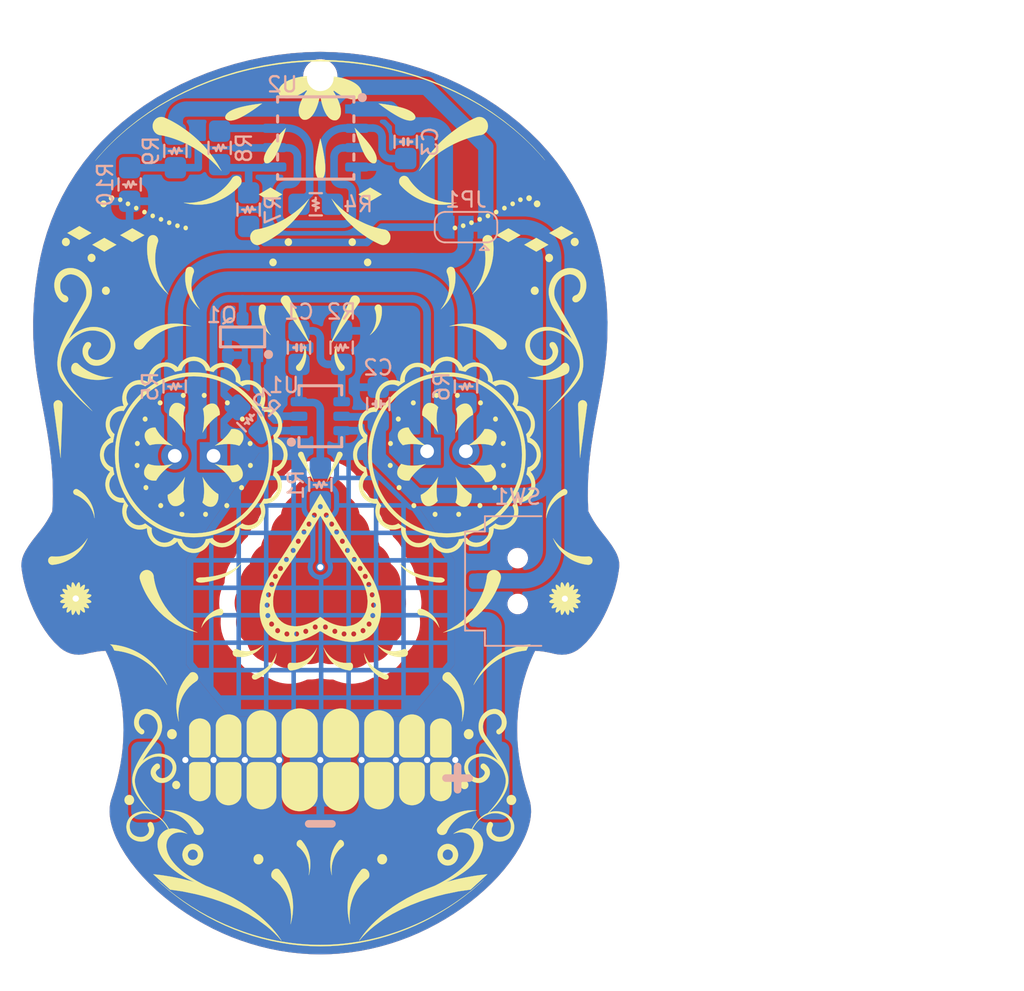
<source format=kicad_pcb>
(kicad_pcb (version 20221018) (generator pcbnew)
  (title_block (title "Calavera Badge") (date "${TODAY}") (rev "v0.3.0") (comment 1 "Files Generated from commit $GIT_HASH"))
  (layers (0 "F.Cu" signal) (31 "B.Cu" signal) (34 "B.Paste" user) (35 "F.Paste" user) (36 "B.SilkS" user "B.Silkscreen") (37 "F.SilkS" user "F.Silkscreen") (38 "B.Mask" user) (39 "F.Mask" user) (44 "Edge.Cuts" user))
  (property "GIT_HASH" "<>")
  (property "TODAY" "2023-01-31")
  (net 0 "")
  (net 1 "GND")
  (net 2 "VCC")
  (net 3 "Net-(SW1-C)")
  (net 4 "Net-(U1-SNSK)")
  (net 5 "VLED")
  (net 6 "Cap_Out")
  (net 7 "Net-(U1-SNS)")
  (net 8 "Vfade")
  (net 9 "Net-(U2A--)")
  (net 10 "Net-(R4-Pad2)")
  (net 11 "Vbias")
  (net 12 "VJ1")
  (net 13 "Net-(D1-A)")
  (net 14 "Net-(D2-A)")
  (net 15 "VLEDK")
  (net 16 "CapTouch")
  (footprint "Calavera:LED_D3.0mm_ThroughHole" (layer "F.Cu") (at 93 96.9 180)
    (fp_text reference "D1")
    (fp_text value "LED_Small_ALT")
  )
  (footprint "Calavera:LED_D3.0mm_ThroughHole" (layer "F.Cu") (at 107 96.6)
    (fp_text reference "D2")
    (fp_text value "LED_Small_ALT")
  )
  (footprint "Calavera:MountingHole_1.75mm" (layer "F.Cu") (at 100 72.1)
    (fp_text reference "H1" hide)
    (fp_text value "Ø2mm")
  )
  (footprint "Calavera:Calavera_Art" (layer "F.Cu") (at 100 100)
    (fp_text reference "G1" hide)
    (fp_text value "Calavera_Art" hide)
    (fp_line (start -19.600579 4.150417) (end -19.591779 3.876808) (stroke (width 0.01)) (layer "Edge.Cuts"))
    (fp_line (start -19.591779 3.876808) (end -19.537229 3.613239) (stroke (width 0.01)) (layer "Edge.Cuts"))
    (fp_line (start -19.57215 4.407951) (end -19.600579 4.150417) (stroke (width 0.01)) (layer "Edge.Cuts"))
    (fp_line (start -19.537229 3.613239) (end -19.45015 3.373505) (stroke (width 0.01)) (layer "Edge.Cuts"))
    (fp_line (start -19.532629 4.64185) (end -19.57215 4.407951) (stroke (width 0.01)) (layer "Edge.Cuts"))
    (fp_line (start -19.493239 4.87566) (end -19.532629 4.64185) (stroke (width 0.01)) (layer "Edge.Cuts"))
    (fp_line (start -19.45015 3.373505) (end -19.343107 3.155807) (stroke (width 0.01)) (layer "Edge.Cuts"))
    (fp_line (start -19.443419 5.11982) (end -19.493239 4.87566) (stroke (width 0.01)) (layer "Edge.Cuts"))
    (fp_line (start -19.343107 3.155807) (end -19.102282 2.764519) (stroke (width 0.01)) (layer "Edge.Cuts"))
    (fp_line (start -19.32118 5.598042) (end -19.443419 5.11982) (stroke (width 0.01)) (layer "Edge.Cuts"))
    (fp_line (start -19.169969 6.069958) (end -19.32118 5.598042) (stroke (width 0.01)) (layer "Edge.Cuts"))
    (fp_line (start -19.102282 2.764519) (end -18.846429 2.409889) (stroke (width 0.01)) (layer "Edge.Cuts"))
    (fp_line (start -18.996011 6.536797) (end -19.169969 6.069958) (stroke (width 0.01)) (layer "Edge.Cuts"))
    (fp_line (start -18.846429 2.409889) (end -18.339193 1.770899) (stroke (width 0.01)) (layer "Edge.Cuts"))
    (fp_line (start -18.83078 -11.899376) (end -18.81629 -12.268726) (stroke (width 0.01)) (layer "Edge.Cuts"))
    (fp_line (start -18.82768 -11.533566) (end -18.83078 -11.899376) (stroke (width 0.01)) (layer "Edge.Cuts"))
    (fp_line (start -18.81725 -10.814276) (end -18.82768 -11.533566) (stroke (width 0.01)) (layer "Edge.Cuts"))
    (fp_line (start -18.81629 -12.268726) (end -18.78502 -13.019327) (stroke (width 0.01)) (layer "Edge.Cuts"))
    (fp_line (start -18.800541 6.997997) (end -18.996011 6.536797) (stroke (width 0.01)) (layer "Edge.Cuts"))
    (fp_line (start -18.78502 -13.019327) (end -18.71273 -13.784937) (stroke (width 0.01)) (layer "Edge.Cuts"))
    (fp_line (start -18.77231 -10.113235) (end -18.81725 -10.814276) (stroke (width 0.01)) (layer "Edge.Cuts"))
    (fp_line (start -18.74794 -9.769396) (end -18.77231 -10.113235) (stroke (width 0.01)) (layer "Edge.Cuts"))
    (fp_line (start -18.71273 -13.784937) (end -18.67564 -14.173407) (stroke (width 0.01)) (layer "Edge.Cuts"))
    (fp_line (start -18.70922 -9.431625) (end -18.74794 -9.769396) (stroke (width 0.01)) (layer "Edge.Cuts"))
    (fp_line (start -18.67564 -14.173407) (end -18.62068 -14.557616) (stroke (width 0.01)) (layer "Edge.Cuts"))
    (fp_line (start -18.630007 -8.769852) (end -18.70922 -9.431625) (stroke (width 0.01)) (layer "Edge.Cuts"))
    (fp_line (start -18.62068 -14.557616) (end -18.505073 -15.334546) (stroke (width 0.01)) (layer "Edge.Cuts"))
    (fp_line (start -18.582834 7.451611) (end -18.800541 6.997997) (stroke (width 0.01)) (layer "Edge.Cuts"))
    (fp_line (start -18.533914 -8.129845) (end -18.630007 -8.769852) (stroke (width 0.01)) (layer "Edge.Cuts"))
    (fp_line (start -18.505073 -15.334546) (end -18.352916 -16.133436) (stroke (width 0.01)) (layer "Edge.Cuts"))
    (fp_line (start -18.352916 -16.133436) (end -18.160012 -16.933726) (stroke (width 0.01)) (layer "Edge.Cuts"))
    (fp_line (start -18.342038 7.895737) (end -18.582834 7.451611) (stroke (width 0.01)) (layer "Edge.Cuts"))
    (fp_line (start -18.339193 1.770899) (end -18.114866 1.466034) (stroke (width 0.01)) (layer "Edge.Cuts"))
    (fp_line (start -18.321246 -6.912325) (end -18.533914 -8.129845) (stroke (width 0.01)) (layer "Edge.Cuts"))
    (fp_line (start -18.160012 -16.933726) (end -17.923923 -17.733907) (stroke (width 0.01)) (layer "Edge.Cuts"))
    (fp_line (start -18.114866 1.466034) (end -17.915075 1.159939) (stroke (width 0.01)) (layer "Edge.Cuts"))
    (fp_line (start -18.10581 -5.77771) (end -18.321246 -6.912325) (stroke (width 0.01)) (layer "Edge.Cuts"))
    (fp_line (start -18.072513 8.32486) (end -18.342038 7.895737) (stroke (width 0.01)) (layer "Edge.Cuts"))
    (fp_line (start -17.923923 -17.733907) (end -17.64181 -18.531937) (stroke (width 0.01)) (layer "Edge.Cuts"))
    (fp_line (start -17.915673 -4.722715) (end -18.10581 -5.77771) (stroke (width 0.01)) (layer "Edge.Cuts"))
    (fp_line (start -17.915075 1.159939) (end -17.731335 0.84325) (stroke (width 0.01)) (layer "Edge.Cuts"))
    (fp_line (start -17.775373 8.736259) (end -18.072513 8.32486) (stroke (width 0.01)) (layer "Edge.Cuts"))
    (fp_line (start -17.763103 -3.747606) (end -17.915673 -4.722715) (stroke (width 0.01)) (layer "Edge.Cuts"))
    (fp_line (start -17.731335 0.84325) (end -17.569742 0.532839) (stroke (width 0.01)) (layer "Edge.Cuts"))
    (fp_line (start -17.655762 -2.855162) (end -17.763103 -3.747606) (stroke (width 0.01)) (layer "Edge.Cuts"))
    (fp_line (start -17.64181 -18.531937) (end -17.313264 -19.322886) (stroke (width 0.01)) (layer "Edge.Cuts"))
    (fp_line (start -17.613862 -2.441782) (end -17.655762 -2.855162) (stroke (width 0.01)) (layer "Edge.Cuts"))
    (fp_line (start -17.589222 -2.050482) (end -17.613862 -2.441782) (stroke (width 0.01)) (layer "Edge.Cuts"))
    (fp_line (start -17.569742 0.532839) (end -17.542392 -0.213932) (stroke (width 0.01)) (layer "Edge.Cuts"))
    (fp_line (start -17.564722 -1.682682) (end -17.589222 -2.050482) (stroke (width 0.01)) (layer "Edge.Cuts"))
    (fp_line (start -17.552942 -1.507782) (end -17.564722 -1.682682) (stroke (width 0.01)) (layer "Edge.Cuts"))
    (fp_line (start -17.549642 -1.338833) (end -17.552942 -1.507782) (stroke (width 0.01)) (layer "Edge.Cuts"))
    (fp_line (start -17.542392 -0.213932) (end -17.534992 -0.456251) (stroke (width 0.01)) (layer "Edge.Cuts"))
    (fp_line (start -17.539492 -0.724901) (end -17.549642 -1.338833) (stroke (width 0.01)) (layer "Edge.Cuts"))
    (fp_line (start -17.534992 -0.456251) (end -17.539492 -0.724901) (stroke (width 0.01)) (layer "Edge.Cuts"))
    (fp_line (start -17.44412 9.123039) (end -17.775373 8.736259) (stroke (width 0.01)) (layer "Edge.Cuts"))
    (fp_line (start -17.313264 -19.322886) (end -16.936255 -20.103504) (stroke (width 0.01)) (layer "Edge.Cuts"))
    (fp_line (start -17.072119 9.4785) (end -17.44412 9.123039) (stroke (width 0.01)) (layer "Edge.Cuts"))
    (fp_line (start -16.936255 -20.103504) (end -16.511729 -20.869833) (stroke (width 0.01)) (layer "Edge.Cuts"))
    (fp_line (start -16.857962 9.639507) (end -17.072119 9.4785) (stroke (width 0.01)) (layer "Edge.Cuts"))
    (fp_line (start -16.620251 9.772789) (end -16.857962 9.639507) (stroke (width 0.01)) (layer "Edge.Cuts"))
    (fp_line (start -16.511729 -20.869833) (end -16.040367 -21.618003) (stroke (width 0.01)) (layer "Edge.Cuts"))
    (fp_line (start -16.365076 9.871792) (end -16.620251 9.772789) (stroke (width 0.01)) (layer "Edge.Cuts"))
    (fp_line (start -16.099072 9.929989) (end -16.365076 9.871792) (stroke (width 0.01)) (layer "Edge.Cuts"))
    (fp_line (start -16.040367 -21.618003) (end -15.523112 -22.344102) (stroke (width 0.01)) (layer "Edge.Cuts"))
    (fp_line (start -15.831442 9.946579) (end -16.099072 9.929989) (stroke (width 0.01)) (layer "Edge.Cuts"))
    (fp_line (start -15.571394 9.926868) (end -15.831442 9.946579) (stroke (width 0.01)) (layer "Edge.Cuts"))
    (fp_line (start -15.523112 -22.344102) (end -14.960779 -23.044572) (stroke (width 0.01)) (layer "Edge.Cuts"))
    (fp_line (start -15.32527 9.881283) (end -15.571394 9.926868) (stroke (width 0.01)) (layer "Edge.Cuts"))
    (fp_line (start -15.103821 9.82737) (end -15.32527 9.881283) (stroke (width 0.01)) (layer "Edge.Cuts"))
    (fp_line (start -14.960779 -23.044572) (end -14.354316 -23.715292) (stroke (width 0.01)) (layer "Edge.Cuts"))
    (fp_line (start -14.590899 9.73027) (end -15.103821 9.82737) (stroke (width 0.01)) (layer "Edge.Cuts"))
    (fp_line (start -14.354316 -23.715292) (end -13.704398 -24.352582) (stroke (width 0.01)) (layer "Edge.Cuts"))
    (fp_line (start -14.08461 9.686272) (end -14.590899 9.73027) (stroke (width 0.01)) (layer "Edge.Cuts"))
    (fp_line (start -13.970899 9.916969) (end -14.08461 9.686272) (stroke (width 0.01)) (layer "Edge.Cuts"))
    (fp_line (start -13.826474 10.240643) (end -13.970899 9.916969) (stroke (width 0.01)) (layer "Edge.Cuts"))
    (fp_line (start -13.819359 20.264259) (end -13.810659 19.96175) (stroke (width 0.01)) (layer "Edge.Cuts"))
    (fp_line (start -13.810659 19.96175) (end -13.766929 19.658131) (stroke (width 0.01)) (layer "Edge.Cuts"))
    (fp_line (start -13.796968 20.565144) (end -13.819359 20.264259) (stroke (width 0.01)) (layer "Edge.Cuts"))
    (fp_line (start -13.766929 19.658131) (end -13.730239 19.508701) (stroke (width 0.01)) (layer "Edge.Cuts"))
    (fp_line (start -13.749099 20.862041) (end -13.796968 20.565144) (stroke (width 0.01)) (layer "Edge.Cuts"))
    (fp_line (start -13.730239 19.508701) (end -13.687729 19.371193) (stroke (width 0.01)) (layer "Edge.Cuts"))
    (fp_line (start -13.704398 -24.352582) (end -13.020229 -24.959853) (stroke (width 0.01)) (layer "Edge.Cuts"))
    (fp_line (start -13.687729 19.371193) (end -13.605159 19.120243) (stroke (width 0.01)) (layer "Edge.Cuts"))
    (fp_line (start -13.679125 21.154083) (end -13.749099 20.862041) (stroke (width 0.01)) (layer "Edge.Cuts"))
    (fp_line (start -13.668749 10.636841) (end -13.826474 10.240643) (stroke (width 0.01)) (layer "Edge.Cuts"))
    (fp_line (start -13.605159 19.120243) (end -13.523259 18.871426) (stroke (width 0.01)) (layer "Edge.Cuts"))
    (fp_line (start -13.590444 21.44043) (end -13.679125 21.154083) (stroke (width 0.01)) (layer "Edge.Cuts"))
    (fp_line (start -13.523259 18.871426) (end -13.450839 18.622303) (stroke (width 0.01)) (layer "Edge.Cuts"))
    (fp_line (start -13.504739 11.104504) (end -13.668749 10.636841) (stroke (width 0.01)) (layer "Edge.Cuts"))
    (fp_line (start -13.486228 21.721813) (end -13.590444 21.44043) (stroke (width 0.01)) (layer "Edge.Cuts"))
    (fp_line (start -13.450839 18.622303) (end -13.316957 18.128475) (stroke (width 0.01)) (layer "Edge.Cuts"))
    (fp_line (start -13.367759 21.997719) (end -13.486228 21.721813) (stroke (width 0.01)) (layer "Edge.Cuts"))
    (fp_line (start -13.341418 11.642487) (end -13.504739 11.104504) (stroke (width 0.01)) (layer "Edge.Cuts"))
    (fp_line (start -13.316957 18.128475) (end -13.203597 17.639854) (stroke (width 0.01)) (layer "Edge.Cuts"))
    (fp_line (start -13.203597 17.639854) (end -13.109703 17.157932) (stroke (width 0.01)) (layer "Edge.Cuts"))
    (fp_line (start -13.190209 12.250038) (end -13.341418 11.642487) (stroke (width 0.01)) (layer "Edge.Cuts"))
    (fp_line (start -13.109703 17.157932) (end -13.034472 16.683811) (stroke (width 0.01)) (layer "Edge.Cuts"))
    (fp_line (start -13.094579 22.534309) (end -13.367759 21.997719) (stroke (width 0.01)) (layer "Edge.Cuts"))
    (fp_line (start -13.061335 12.92543) (end -13.190209 12.250038) (stroke (width 0.01)) (layer "Edge.Cuts"))
    (fp_line (start -13.034472 16.683811) (end -12.977175 16.21841) (stroke (width 0.01)) (layer "Edge.Cuts"))
    (fp_line (start -13.020229 -24.959853) (end -12.302084 -25.534122) (stroke (width 0.01)) (layer "Edge.Cuts"))
    (fp_line (start -12.977175 16.21841) (end -12.937036 15.762676) (stroke (width 0.01)) (layer "Edge.Cuts"))
    (fp_line (start -12.964955 13.664841) (end -13.061335 12.92543) (stroke (width 0.01)) (layer "Edge.Cuts"))
    (fp_line (start -12.937036 15.762676) (end -12.913285 15.317711) (stroke (width 0.01)) (layer "Edge.Cuts"))
    (fp_line (start -12.913285 15.317711) (end -12.905175 14.884598) (stroke (width 0.01)) (layer "Edge.Cuts"))
    (fp_line (start -12.911885 14.464294) (end -12.964955 13.664841) (stroke (width 0.01)) (layer "Edge.Cuts"))
    (fp_line (start -12.905175 14.884598) (end -12.911885 14.464294) (stroke (width 0.01)) (layer "Edge.Cuts"))
    (fp_line (start -12.779299 23.051357) (end -13.094579 22.534309) (stroke (width 0.01)) (layer "Edge.Cuts"))
    (fp_line (start -12.431666 23.551571) (end -12.779299 23.051357) (stroke (width 0.01)) (layer "Edge.Cuts"))
    (fp_line (start -12.302084 -25.534122) (end -11.552669 -26.074412) (stroke (width 0.01)) (layer "Edge.Cuts"))
    (fp_line (start -12.0538 24.034775) (end -12.431666 23.551571) (stroke (width 0.01)) (layer "Edge.Cuts"))
    (fp_line (start -11.648002 24.500999) (end -12.0538 24.034775) (stroke (width 0.01)) (layer "Edge.Cuts"))
    (fp_line (start -11.552669 -26.074412) (end -10.774555 -26.579713) (stroke (width 0.01)) (layer "Edge.Cuts"))
    (fp_line (start -11.216509 24.950245) (end -11.648002 24.500999) (stroke (width 0.01)) (layer "Edge.Cuts"))
    (fp_line (start -10.774555 -26.579713) (end -9.968011 -27.045073) (stroke (width 0.01)) (layer "Edge.Cuts"))
    (fp_line (start -10.76159 25.382458) (end -11.216509 24.950245) (stroke (width 0.01)) (layer "Edge.Cuts"))
    (fp_line (start -10.285471 25.797596) (end -10.76159 25.382458) (stroke (width 0.01)) (layer "Edge.Cuts"))
    (fp_line (start -9.968011 -27.045073) (end -9.137508 -27.473212) (stroke (width 0.01)) (layer "Edge.Cuts"))
    (fp_line (start -9.790435 26.195648) (end -10.285471 25.797596) (stroke (width 0.01)) (layer "Edge.Cuts"))
    (fp_line (start -9.276332 26.576038) (end -9.790435 26.195648) (stroke (width 0.01)) (layer "Edge.Cuts"))
    (fp_line (start -9.137508 -27.473212) (end -8.285616 -27.863933) (stroke (width 0.01)) (layer "Edge.Cuts"))
    (fp_line (start -8.744692 26.938309) (end -9.276332 26.576038) (stroke (width 0.01)) (layer "Edge.Cuts"))
    (fp_line (start -8.285616 -27.863933) (end -7.414636 -28.217003) (stroke (width 0.01)) (layer "Edge.Cuts"))
    (fp_line (start -8.196366 27.281796) (end -8.744692 26.938309) (stroke (width 0.01)) (layer "Edge.Cuts"))
    (fp_line (start -7.632339 27.605721) (end -8.196366 27.281796) (stroke (width 0.01)) (layer "Edge.Cuts"))
    (fp_line (start -7.414636 -28.217003) (end -6.526331 -28.530543) (stroke (width 0.01)) (layer "Edge.Cuts"))
    (fp_line (start -7.053715 27.909321) (end -7.632339 27.605721) (stroke (width 0.01)) (layer "Edge.Cuts"))
    (fp_line (start -6.526331 -28.530543) (end -5.623133 -28.805723) (stroke (width 0.01)) (layer "Edge.Cuts"))
    (fp_line (start -6.460835 28.19075) (end -7.053715 27.909321) (stroke (width 0.01)) (layer "Edge.Cuts"))
    (fp_line (start -5.85463 28.4487) (end -6.460835 28.19075) (stroke (width 0.01)) (layer "Edge.Cuts"))
    (fp_line (start -5.623133 -28.805723) (end -4.706941 -29.041653) (stroke (width 0.01)) (layer "Edge.Cuts"))
    (fp_line (start -5.235996 28.681759) (end -5.85463 28.4487) (stroke (width 0.01)) (layer "Edge.Cuts"))
    (fp_line (start -4.706941 -29.041653) (end -3.779919 -29.237513) (stroke (width 0.01)) (layer "Edge.Cuts"))
    (fp_line (start -4.606698 28.890808) (end -5.235996 28.681759) (stroke (width 0.01)) (layer "Edge.Cuts"))
    (fp_line (start -3.967834 29.074749) (end -4.606698 28.890808) (stroke (width 0.01)) (layer "Edge.Cuts"))
    (fp_line (start -3.779919 -29.237513) (end -2.843691 -29.392453) (stroke (width 0.01)) (layer "Edge.Cuts"))
    (fp_line (start -3.320406 29.23283) (end -3.967834 29.074749) (stroke (width 0.01)) (layer "Edge.Cuts"))
    (fp_line (start -2.843691 -29.392453) (end -1.900423 -29.505603) (stroke (width 0.01)) (layer "Edge.Cuts"))
    (fp_line (start -2.665699 29.36422) (end -3.320406 29.23283) (stroke (width 0.01)) (layer "Edge.Cuts"))
    (fp_line (start -2.004452 29.466476) (end -2.665699 29.36422) (stroke (width 0.01)) (layer "Edge.Cuts"))
    (fp_line (start -1.900423 -29.505603) (end -0.952011 -29.576003) (stroke (width 0.01)) (layer "Edge.Cuts"))
    (fp_line (start -1.339466 29.540398) (end -2.004452 29.466476) (stroke (width 0.01)) (layer "Edge.Cuts"))
    (fp_line (start -0.952011 -29.576003) (end -0.000217 -29.602703) (stroke (width 0.01)) (layer "Edge.Cuts"))
    (fp_line (start -0.670214 29.585827) (end -1.339466 29.540398) (stroke (width 0.01)) (layer "Edge.Cuts"))
    (fp_line (start -0.000217 -29.602703) (end 0.000044 -29.602613) (stroke (width 0.01)) (layer "Edge.Cuts"))
    (fp_line (start 0.000046 -29.602612) (end 0.951706 -29.575913) (stroke (width 0.01)) (layer "Edge.Cuts"))
    (fp_line (start 0.003826 29.602997) (end -0.670214 29.585827) (stroke (width 0.01)) (layer "Edge.Cuts"))
    (fp_line (start 0.669176 29.585907) (end 0.003826 29.602997) (stroke (width 0.01)) (layer "Edge.Cuts"))
    (fp_line (start 0.951706 -29.575913) (end 1.900251 -29.505513) (stroke (width 0.01)) (layer "Edge.Cuts"))
    (fp_line (start 1.338858 29.540405) (end 0.669176 29.585907) (stroke (width 0.01)) (layer "Edge.Cuts"))
    (fp_line (start 1.900251 -29.505513) (end 2.843519 -29.392363) (stroke (width 0.01)) (layer "Edge.Cuts"))
    (fp_line (start 2.004396 29.466476) (end 1.338858 29.540405) (stroke (width 0.01)) (layer "Edge.Cuts"))
    (fp_line (start 2.665361 29.364212) (end 2.004396 29.466476) (stroke (width 0.01)) (layer "Edge.Cuts"))
    (fp_line (start 2.843519 -29.392363) (end 3.779747 -29.237423) (stroke (width 0.01)) (layer "Edge.Cuts"))
    (fp_line (start 3.320068 29.232815) (end 2.665361 29.364212) (stroke (width 0.01)) (layer "Edge.Cuts"))
    (fp_line (start 3.779747 -29.237423) (end 4.706772 -29.041562) (stroke (width 0.01)) (layer "Edge.Cuts"))
    (fp_line (start 3.967499 29.074745) (end 3.320068 29.232815) (stroke (width 0.01)) (layer "Edge.Cuts"))
    (fp_line (start 4.60648 28.890816) (end 3.967499 29.074745) (stroke (width 0.01)) (layer "Edge.Cuts"))
    (fp_line (start 4.706772 -29.041562) (end 5.622965 -28.805632) (stroke (width 0.01)) (layer "Edge.Cuts"))
    (fp_line (start 5.235792 28.681767) (end 4.60648 28.890816) (stroke (width 0.01)) (layer "Edge.Cuts"))
    (fp_line (start 5.622965 -28.805632) (end 6.526159 -28.530442) (stroke (width 0.01)) (layer "Edge.Cuts"))
    (fp_line (start 5.854507 28.448704) (end 5.235792 28.681767) (stroke (width 0.01)) (layer "Edge.Cuts"))
    (fp_line (start 6.460768 28.190758) (end 5.854507 28.448704) (stroke (width 0.01)) (layer "Edge.Cuts"))
    (fp_line (start 6.526159 -28.530442) (end 7.414465 -28.216913) (stroke (width 0.01)) (layer "Edge.Cuts"))
    (fp_line (start 7.053631 27.909317) (end 6.460768 28.190758) (stroke (width 0.01)) (layer "Edge.Cuts"))
    (fp_line (start 7.414465 -28.216913) (end 8.285444 -27.863842) (stroke (width 0.01)) (layer "Edge.Cuts"))
    (fp_line (start 7.632267 27.605717) (end 7.053631 27.909317) (stroke (width 0.01)) (layer "Edge.Cuts"))
    (fp_line (start 8.196205 27.281887) (end 7.632267 27.605717) (stroke (width 0.01)) (layer "Edge.Cuts"))
    (fp_line (start 8.285444 -27.863842) (end 9.137337 -27.473113) (stroke (width 0.01)) (layer "Edge.Cuts"))
    (fp_line (start 8.744478 26.9384) (end 8.196205 27.281887) (stroke (width 0.01)) (layer "Edge.Cuts"))
    (fp_line (start 9.137337 -27.473113) (end 9.967705 -27.044982) (stroke (width 0.01)) (layer "Edge.Cuts"))
    (fp_line (start 9.276169 26.576038) (end 8.744478 26.9384) (stroke (width 0.01)) (layer "Edge.Cuts"))
    (fp_line (start 9.790358 26.195587) (end 9.276169 26.576038) (stroke (width 0.01)) (layer "Edge.Cuts"))
    (fp_line (start 9.967705 -27.044982) (end 10.774244 -26.579613) (stroke (width 0.01)) (layer "Edge.Cuts"))
    (fp_line (start 10.285322 25.797539) (end 9.790358 26.195587) (stroke (width 0.01)) (layer "Edge.Cuts"))
    (fp_line (start 10.761375 25.382397) (end 10.285322 25.797539) (stroke (width 0.01)) (layer "Edge.Cuts"))
    (fp_line (start 10.774244 -26.579613) (end 11.552362 -26.074312) (stroke (width 0.01)) (layer "Edge.Cuts"))
    (fp_line (start 11.216293 24.950256) (end 10.761375 25.382397) (stroke (width 0.01)) (layer "Edge.Cuts"))
    (fp_line (start 11.552362 -26.074312) (end 12.30191 -25.534032) (stroke (width 0.01)) (layer "Edge.Cuts"))
    (fp_line (start 11.647787 24.501091) (end 11.216293 24.950256) (stroke (width 0.01)) (layer "Edge.Cuts"))
    (fp_line (start 12.053585 24.034863) (end 11.647787 24.501091) (stroke (width 0.01)) (layer "Edge.Cuts"))
    (fp_line (start 12.30191 -25.534032) (end 13.020054 -24.959753) (stroke (width 0.01)) (layer "Edge.Cuts"))
    (fp_line (start 12.431454 23.551647) (end 12.053585 24.034863) (stroke (width 0.01)) (layer "Edge.Cuts"))
    (fp_line (start 12.779087 23.051449) (end 12.431454 23.551647) (stroke (width 0.01)) (layer "Edge.Cuts"))
    (fp_line (start 12.905125 14.884762) (end 12.913223 15.317951) (stroke (width 0.01)) (layer "Edge.Cuts"))
    (fp_line (start 12.911926 14.464382) (end 12.905125 14.884762) (stroke (width 0.01)) (layer "Edge.Cuts"))
    (fp_line (start 12.913223 15.317951) (end 12.936905 15.76284) (stroke (width 0.01)) (layer "Edge.Cuts"))
    (fp_line (start 12.936905 15.76284) (end 12.976974 16.218502) (stroke (width 0.01)) (layer "Edge.Cuts"))
    (fp_line (start 12.964996 13.664921) (end 12.911926 14.464382) (stroke (width 0.01)) (layer "Edge.Cuts"))
    (fp_line (start 12.976974 16.218502) (end 13.034275 16.683975) (stroke (width 0.01)) (layer "Edge.Cuts"))
    (fp_line (start 13.020054 -24.959753) (end 13.704224 -24.352492) (stroke (width 0.01)) (layer "Edge.Cuts"))
    (fp_line (start 13.034275 16.683975) (end 13.109505 17.158161) (stroke (width 0.01)) (layer "Edge.Cuts"))
    (fp_line (start 13.061245 12.925522) (end 12.964996 13.664921) (stroke (width 0.01)) (layer "Edge.Cuts"))
    (fp_line (start 13.094368 22.534389) (end 12.779087 23.051449) (stroke (width 0.01)) (layer "Edge.Cuts"))
    (fp_line (start 13.109505 17.158161) (end 13.203396 17.640018) (stroke (width 0.01)) (layer "Edge.Cuts"))
    (fp_line (start 13.190117 12.250141) (end 13.061245 12.925522) (stroke (width 0.01)) (layer "Edge.Cuts"))
    (fp_line (start 13.203396 17.640018) (end 13.316757 18.128563) (stroke (width 0.01)) (layer "Edge.Cuts"))
    (fp_line (start 13.316757 18.128563) (end 13.449963 18.619843) (stroke (width 0.01)) (layer "Edge.Cuts"))
    (fp_line (start 13.341324 11.642582) (end 13.190117 12.250141) (stroke (width 0.01)) (layer "Edge.Cuts"))
    (fp_line (start 13.367546 21.997799) (end 13.094368 22.534389) (stroke (width 0.01)) (layer "Edge.Cuts"))
    (fp_line (start 13.449963 18.619843) (end 13.521984 18.867832) (stroke (width 0.01)) (layer "Edge.Cuts"))
    (fp_line (start 13.486034 21.721901) (end 13.367546 21.997799) (stroke (width 0.01)) (layer "Edge.Cuts"))
    (fp_line (start 13.504642 11.104588) (end 13.341324 11.642582) (stroke (width 0.01)) (layer "Edge.Cuts"))
    (fp_line (start 13.521984 18.867832) (end 13.604973 19.120342) (stroke (width 0.01)) (layer "Edge.Cuts"))
    (fp_line (start 13.590233 21.44051) (end 13.486034 21.721901) (stroke (width 0.01)) (layer "Edge.Cuts"))
    (fp_line (start 13.604973 19.120342) (end 13.688774 19.375252) (stroke (width 0.01)) (layer "Edge.Cuts"))
    (fp_line (start 13.668655 10.636929) (end 13.504642 11.104588) (stroke (width 0.01)) (layer "Edge.Cuts"))
    (fp_line (start 13.678913 21.154175) (end 13.590233 21.44051) (stroke (width 0.01)) (layer "Edge.Cuts"))
    (fp_line (start 13.688774 19.375252) (end 13.731556 19.513622) (stroke (width 0.01)) (layer "Edge.Cuts"))
    (fp_line (start 13.704224 -24.352492) (end 14.354141 -23.715192) (stroke (width 0.01)) (layer "Edge.Cuts"))
    (fp_line (start 13.731556 19.513622) (end 13.767296 19.66119) (stroke (width 0.01)) (layer "Edge.Cuts"))
    (fp_line (start 13.748894 20.862141) (end 13.678913 21.154175) (stroke (width 0.01)) (layer "Edge.Cuts"))
    (fp_line (start 13.767296 19.66119) (end 13.810345 19.961571) (stroke (width 0.01)) (layer "Edge.Cuts"))
    (fp_line (start 13.796783 20.565243) (end 13.748894 20.862141) (stroke (width 0.01)) (layer "Edge.Cuts"))
    (fp_line (start 13.810345 19.961571) (end 13.819145 20.264339) (stroke (width 0.01)) (layer "Edge.Cuts"))
    (fp_line (start 13.819145 20.264339) (end 13.796783 20.565243) (stroke (width 0.01)) (layer "Edge.Cuts"))
    (fp_line (start 13.826397 10.240738) (end 13.668655 10.636929) (stroke (width 0.01)) (layer "Edge.Cuts"))
    (fp_line (start 13.970802 9.917061) (end 13.826397 10.240738) (stroke (width 0.01)) (layer "Edge.Cuts"))
    (fp_line (start 14.084518 9.686375) (end 13.970802 9.917061) (stroke (width 0.01)) (layer "Edge.Cuts"))
    (fp_line (start 14.354141 -23.715192) (end 14.960606 -23.044472) (stroke (width 0.01)) (layer "Edge.Cuts"))
    (fp_line (start 14.590805 9.730373) (end 14.084518 9.686375) (stroke (width 0.01)) (layer "Edge.Cuts"))
    (fp_line (start 14.960606 -23.044472) (end 15.522938 -22.344012) (stroke (width 0.01)) (layer "Edge.Cuts"))
    (fp_line (start 15.103725 9.827473) (end 14.590805 9.730373) (stroke (width 0.01)) (layer "Edge.Cuts"))
    (fp_line (start 15.325142 9.881344) (end 15.103725 9.827473) (stroke (width 0.01)) (layer "Edge.Cuts"))
    (fp_line (start 15.522938 -22.344012) (end 16.040192 -21.617902) (stroke (width 0.01)) (layer "Edge.Cuts"))
    (fp_line (start 15.571301 9.926975) (end 15.325142 9.881344) (stroke (width 0.01)) (layer "Edge.Cuts"))
    (fp_line (start 15.831352 9.946686) (end 15.571301 9.926975) (stroke (width 0.01)) (layer "Edge.Cuts"))
    (fp_line (start 16.040192 -21.617902) (end 16.511551 -20.869732) (stroke (width 0.01)) (layer "Edge.Cuts"))
    (fp_line (start 16.09898 9.930096) (end 15.831352 9.946686) (stroke (width 0.01)) (layer "Edge.Cuts"))
    (fp_line (start 16.364986 9.871895) (end 16.09898 9.930096) (stroke (width 0.01)) (layer "Edge.Cuts"))
    (fp_line (start 16.511551 -20.869732) (end 16.936073 -20.103402) (stroke (width 0.01)) (layer "Edge.Cuts"))
    (fp_line (start 16.620022 9.772896) (end 16.364986 9.871895) (stroke (width 0.01)) (layer "Edge.Cuts"))
    (fp_line (start 16.857872 9.639629) (end 16.620022 9.772896) (stroke (width 0.01)) (layer "Edge.Cuts"))
    (fp_line (start 16.936073 -20.103402) (end 17.313084 -19.322793) (stroke (width 0.01)) (layer "Edge.Cuts"))
    (fp_line (start 17.072025 9.478611) (end 16.857872 9.639629) (stroke (width 0.01)) (layer "Edge.Cuts"))
    (fp_line (start 17.313084 -19.322793) (end 17.641495 -18.531843) (stroke (width 0.01)) (layer "Edge.Cuts"))
    (fp_line (start 17.444027 9.123291) (end 17.072025 9.478611) (stroke (width 0.01)) (layer "Edge.Cuts"))
    (fp_line (start 17.534908 -0.457829) (end 17.542309 -0.214939) (stroke (width 0.01)) (layer "Edge.Cuts"))
    (fp_line (start 17.53941 -0.72633) (end 17.534908 -0.457829) (stroke (width 0.01)) (layer "Edge.Cuts"))
    (fp_line (start 17.542309 -0.214939) (end 17.56979 0.533239) (stroke (width 0.01)) (layer "Edge.Cuts"))
    (fp_line (start 17.549698 -1.338987) (end 17.53941 -0.72633) (stroke (width 0.01)) (layer "Edge.Cuts"))
    (fp_line (start 17.552799 -1.507668) (end 17.549698 -1.338987) (stroke (width 0.01)) (layer "Edge.Cuts"))
    (fp_line (start 17.564568 -1.682568) (end 17.552799 -1.507668) (stroke (width 0.01)) (layer "Edge.Cuts"))
    (fp_line (start 17.56979 0.533239) (end 17.731327 0.843508) (stroke (width 0.01)) (layer "Edge.Cuts"))
    (fp_line (start 17.589069 -2.050367) (end 17.564568 -1.682568) (stroke (width 0.01)) (layer "Edge.Cuts"))
    (fp_line (start 17.613701 -2.441668) (end 17.589069 -2.050367) (stroke (width 0.01)) (layer "Edge.Cuts"))
    (fp_line (start 17.641495 -18.531843) (end 17.92374 -17.733803) (stroke (width 0.01)) (layer "Edge.Cuts"))
    (fp_line (start 17.65567 -2.855047) (end 17.613701 -2.441668) (stroke (width 0.01)) (layer "Edge.Cuts"))
    (fp_line (start 17.731327 0.843508) (end 17.914989 1.160061) (stroke (width 0.01)) (layer "Edge.Cuts"))
    (fp_line (start 17.762791 -3.747509) (end 17.65567 -2.855047) (stroke (width 0.01)) (layer "Edge.Cuts"))
    (fp_line (start 17.775284 8.73637) (end 17.444027 9.123291) (stroke (width 0.01)) (layer "Edge.Cuts"))
    (fp_line (start 17.914989 1.160061) (end 18.11478 1.46615) (stroke (width 0.01)) (layer "Edge.Cuts"))
    (fp_line (start 17.915306 -4.722618) (end 17.762791 -3.747509) (stroke (width 0.01)) (layer "Edge.Cuts"))
    (fp_line (start 17.92374 -17.733803) (end 18.16037 -16.931243) (stroke (width 0.01)) (layer "Edge.Cuts"))
    (fp_line (start 18.072422 8.32497) (end 17.775284 8.73637) (stroke (width 0.01)) (layer "Edge.Cuts"))
    (fp_line (start 18.10548 -5.777615) (end 17.915306 -4.722618) (stroke (width 0.01)) (layer "Edge.Cuts"))
    (fp_line (start 18.11478 1.46615) (end 18.339108 1.771009) (stroke (width 0.01)) (layer "Edge.Cuts"))
    (fp_line (start 18.16037 -16.931243) (end 18.353142 -16.130793) (stroke (width 0.01)) (layer "Edge.Cuts"))
    (fp_line (start 18.320881 -6.91223) (end 18.10548 -5.777615) (stroke (width 0.01)) (layer "Edge.Cuts"))
    (fp_line (start 18.339108 1.771009) (end 18.846344 2.41) (stroke (width 0.01)) (layer "Edge.Cuts"))
    (fp_line (start 18.341946 7.895851) (end 18.072422 8.32497) (stroke (width 0.01)) (layer "Edge.Cuts"))
    (fp_line (start 18.353142 -16.130793) (end 18.503944 -15.338983) (stroke (width 0.01)) (layer "Edge.Cuts"))
    (fp_line (start 18.503944 -15.338983) (end 18.620636 -14.554683) (stroke (width 0.01)) (layer "Edge.Cuts"))
    (fp_line (start 18.533546 -8.129749) (end 18.320881 -6.91223) (stroke (width 0.01)) (layer "Edge.Cuts"))
    (fp_line (start 18.582741 7.451725) (end 18.341946 7.895851) (stroke (width 0.01)) (layer "Edge.Cuts"))
    (fp_line (start 18.620636 -14.554683) (end 18.676266 -14.167493) (stroke (width 0.01)) (layer "Edge.Cuts"))
    (fp_line (start 18.629616 -8.769758) (end 18.533546 -8.129749) (stroke (width 0.01)) (layer "Edge.Cuts"))
    (fp_line (start 18.676266 -14.167493) (end 18.712814 -13.781013) (stroke (width 0.01)) (layer "Edge.Cuts"))
    (fp_line (start 18.708847 -9.431532) (end 18.629616 -8.769758) (stroke (width 0.01)) (layer "Edge.Cuts"))
    (fp_line (start 18.712814 -13.781013) (end 18.784695 -13.019093) (stroke (width 0.01)) (layer "Edge.Cuts"))
    (fp_line (start 18.747566 -9.769302) (end 18.708847 -9.431532) (stroke (width 0.01)) (layer "Edge.Cuts"))
    (fp_line (start 18.771935 -10.113142) (end 18.747566 -9.769302) (stroke (width 0.01)) (layer "Edge.Cuts"))
    (fp_line (start 18.784695 -13.019093) (end 18.815964 -12.268631) (stroke (width 0.01)) (layer "Edge.Cuts"))
    (fp_line (start 18.800449 6.998119) (end 18.582741 7.451725) (stroke (width 0.01)) (layer "Edge.Cuts"))
    (fp_line (start 18.815964 -12.268631) (end 18.830433 -11.899282) (stroke (width 0.01)) (layer "Edge.Cuts"))
    (fp_line (start 18.816875 -10.814182) (end 18.771935 -10.113142) (stroke (width 0.01)) (layer "Edge.Cuts"))
    (fp_line (start 18.827435 -11.533472) (end 18.816875 -10.814182) (stroke (width 0.01)) (layer "Edge.Cuts"))
    (fp_line (start 18.830433 -11.899282) (end 18.827435 -11.533472) (stroke (width 0.01)) (layer "Edge.Cuts"))
    (fp_line (start 18.846344 2.41) (end 19.102192 2.764763) (stroke (width 0.01)) (layer "Edge.Cuts"))
    (fp_line (start 18.995922 6.536907) (end 18.800449 6.998119) (stroke (width 0.01)) (layer "Edge.Cuts"))
    (fp_line (start 19.102192 2.764763) (end 19.343018 3.15593) (stroke (width 0.01)) (layer "Edge.Cuts"))
    (fp_line (start 19.16988 6.070068) (end 18.995922 6.536907) (stroke (width 0.01)) (layer "Edge.Cuts"))
    (fp_line (start 19.321095 5.59816) (end 19.16988 6.070068) (stroke (width 0.01)) (layer "Edge.Cuts"))
    (fp_line (start 19.343018 3.15593) (end 19.450062 3.373619) (stroke (width 0.01)) (layer "Edge.Cuts"))
    (fp_line (start 19.443333 5.11993) (end 19.321095 5.59816) (stroke (width 0.01)) (layer "Edge.Cuts"))
    (fp_line (start 19.450062 3.373619) (end 19.53714 3.613358) (stroke (width 0.01)) (layer "Edge.Cuts"))
    (fp_line (start 19.493153 4.875771) (end 19.443333 5.11993) (stroke (width 0.01)) (layer "Edge.Cuts"))
    (fp_line (start 19.532543 4.64196) (end 19.493153 4.875771) (stroke (width 0.01)) (layer "Edge.Cuts"))
    (fp_line (start 19.53714 3.613358) (end 19.591702 3.876919) (stroke (width 0.01)) (layer "Edge.Cuts"))
    (fp_line (start 19.572033 4.40807) (end 19.532543 4.64196) (stroke (width 0.01)) (layer "Edge.Cuts"))
    (fp_line (start 19.591702 3.876919) (end 19.600502 4.150528) (stroke (width 0.01)) (layer "Edge.Cuts"))
    (fp_line (start 19.600502 4.150528) (end 19.572033 4.40807) (stroke (width 0.01)) (layer "Edge.Cuts"))
  )
  (footprint "Calavera:SolderJumper-3_P1.3mm_Bridged12_RoundedPad1.0x1.5mm" (layer "B.Cu") (at 109.55 81.9 180)
    (fp_text reference "JP1")
    (fp_text value "SolderJumper_3_Bridged12" hide)
  )
  (footprint "Calavera:SOIC-8_Dual_OpAmp_Handsolder" (layer "B.Cu") (at 99.7 76.05 180)
    (fp_text reference "U2")
    (fp_text value "LMV932")
  )
  (footprint "Calavera:CR2032_Keystone_3024" (layer "B.Cu") (at 100 117.9 180)
    (fp_text reference "BT1" hide)
    (fp_text value "Battery_Cell" hide)
  )
  (footprint "Calavera:SOT23-6-AT42QT1012" (layer "B.Cu") (at 100 94.3)
    (fp_text reference "U1")
    (fp_text value "AT42QT1012")
  )
  (footprint "Calavera:0805-C_Handsolder" (layer "B.Cu") (at 98.6 89.8 90)
    (fp_text reference "C1")
    (fp_text value "22nF")
  )
  (footprint "Calavera:0805-C_Handsolder" (layer "B.Cu") (at 103.8 93.5 90)
    (fp_text reference "C2")
    (fp_text value "100nF")
  )
  (footprint "Calavera:0805-C_Handsolder" (layer "B.Cu") (at 105.6 76.3 90)
    (fp_text reference "C3")
    (fp_text value "22μF")
  )
  (footprint "Calavera:0805-R_Handsolder" (layer "B.Cu") (at 100 98.8 -90)
    (fp_text reference "R1")
    (fp_text value "10kΩ")
  )
  (footprint "Calavera:0805-R_Handsolder" (layer "B.Cu") (at 101.4 89.8 90)
    (fp_text reference "R2")
    (fp_text value "1MΩ")
  )
  (footprint "Calavera:0805-R_Handsolder" (layer "B.Cu") (at 95.35 94.5 135)
    (fp_text reference "R3")
    (fp_text value "100kΩ")
  )
  (footprint "Calavera:0805-R_Handsolder" (layer "B.Cu") (at 90.45 92.35 -90)
    (fp_text reference "R5")
    (fp_text value "RΩ")
  )
  (footprint "Calavera:0805-R_Handsolder" (layer "B.Cu") (at 109.55 92.35 -90)
    (fp_text reference "R6")
    (fp_text value "RΩ")
  )
  (footprint "Calavera:0805-R_Handsolder" (layer "B.Cu") (at 99.7 80.4 180)
    (fp_text reference "R4")
    (fp_text value "180kΩ")
  )
  (footprint "Calavera:0805-R_Handsolder" (layer "B.Cu") (at 95.3 80.75 90)
    (fp_text reference "R7")
    (fp_text value "1200Ω")
  )
  (footprint "Calavera:0805-R_Handsolder" (layer "B.Cu") (at 93.4 76.7 90)
    (fp_text reference "R8")
    (fp_text value "8200Ω")
  )
  (footprint "Calavera:0805-R_Handsolder" (layer "B.Cu") (at 90.5 76.9 -90)
    (fp_text reference "R9")
    (fp_text value "2490")
  )
  (footprint "Calavera:0805-R_Handsolder" (layer "B.Cu") (at 87.5 79.1 -90)
    (fp_text reference "R10")
    (fp_text value "10kΩ")
  )
  (footprint "Calavera:SOT-23_NMOS_DMN65D8L" (layer "B.Cu") (at 94.9 89.1 180)
    (fp_text reference "Q1")
    (fp_text value "DMN65D8L")
  )
  (footprint "Calavera:Slider_Switch_C&K_AYZ0102AGRLC_SPDT_RightAngle" (layer "B.Cu") (at 112.94 105.114 -90)
    (fp_text reference "SW1")
    (fp_text value "SW_SPDT")
  )
  (via (at 83.96 106.26) (size 0.6) (drill 0.4) (layers "F.Cu" "B.Cu") (net 1))
  (via (at 116.03 106.27) (size 0.6) (drill 0.4) (layers "F.Cu" "B.Cu") (net 1))
  (via (at 91.15 116.85) (size 0.6) (drill 0.4) (layers "F.Cu" "B.Cu") (net 1))
  (via (at 102.7 116.85) (size 0.6) (drill 0.4) (layers "F.Cu" "B.Cu") (net 1))
  (via (at 93 116.85) (size 0.6) (drill 0.4) (layers "F.Cu" "B.Cu") (net 1))
  (via (at 83.97 106.26) (size 0.6) (drill 0.4) (layers "F.Cu" "B.Cu") (net 1))
  (via (at 107 116.85) (size 0.6) (drill 0.4) (layers "F.Cu" "B.Cu") (net 1))
  (via (at 95.05 116.85) (size 0.6) (drill 0.4) (layers "F.Cu" "B.Cu") (net 1))
  (via (at 108.85 116.85) (size 0.6) (drill 0.4) (layers "F.Cu" "B.Cu") (net 1))
  (via (at 97.3 116.85) (size 0.6) (drill 0.4) (layers "F.Cu" "B.Cu") (net 1))
  (via (at 100 116.85) (size 0.6) (drill 0.4) (layers "F.Cu" "B.Cu") (net 1))
  (via (at 104.95 116.85) (size 0.6) (drill 0.4) (layers "F.Cu" "B.Cu") (net 1))
  (segment (start 101.43 94.34) (end 103.765 94.34) (width 0.5) (layer "B.Cu") (net 2))
  (segment (start 110.85 76.632564) (end 110.85 81.9) (width 1) (layer "B.Cu") (net 2))
  (segment (start 103.8 94.6125) (end 103.8 97) (width 1) (layer "B.Cu") (net 2))
  (segment (start 100.329874 74.145) (end 101.75 72.724874) (width 0.9) (layer "B.Cu") (net 2))
  (segment (start 103.8 97) (end 106.3 99.5) (width 1) (layer "B.Cu") (net 2))
  (segment (start 115.3 97.5) (end 115.3 103.1) (width 1) (layer "B.Cu") (net 2))
  (segment (start 115.3 97.5) (end 115.3 83.9) (width 1) (layer "B.Cu") (net 2))
  (segment (start 90.5 74.9) (end 90.5 75.7875) (width 1) (layer "B.Cu") (net 2))
  (segment (start 106.94231 72.724874) (end 110.85 76.632564) (width 1) (layer "B.Cu") (net 2))
  (segment (start 101.75 72.724874) (end 106.94231 72.724874) (width 1) (layer "B.Cu") (net 2))
  (segment (start 96.995 74.15) (end 91.25 74.15) (width 1) (layer "B.Cu") (net 2))
  (segment (start 110.358 105.1) (end 110.34 105.118) (width 1) (layer "B.Cu") (net 2))
  (segment (start 97 74.145) (end 96.995 74.15) (width 1) (layer "B.Cu") (net 2))
  (segment (start 97 74.145) (end 100.329874 74.145) (width 1) (layer "B.Cu") (net 2))
  (segment (start 103.765 94.34) (end 103.8 94.375) (width 0.25) (layer "B.Cu") (net 2))
  (segment (start 113.3 105.1) (end 110.358 105.1) (width 1) (layer "B.Cu") (net 2))
  (segment (start 113.3 81.9) (end 110.85 81.9) (width 1) (layer "B.Cu") (net 2))
  (segment (start 106.3 99.5) (end 113.3 99.5) (width 1) (layer "B.Cu") (net 2))
  (arc (start 113.3 81.9) (mid 114.714214 82.485786) (end 115.3 83.9) (width 1) (layer "B.Cu") (net 2))
  (arc (start 113.3 99.5) (mid 114.714214 98.914214) (end 115.3 97.5) (width 1) (layer "B.Cu") (net 2))
  (arc (start 91.25 74.15) (mid 90.71967 74.36967) (end 90.5 74.9) (width 1) (layer "B.Cu") (net 2))
  (arc (start 113.3 105.1) (mid 114.714214 104.514214) (end 115.3 103.1) (width 1) (layer "B.Cu") (net 2))
  (segment (start 110.34 107.618) (end 110.372 107.65) (width 1) (layer "B.Cu") (net 3))
  (segment (start 111.4 108.15) (end 111.4 117.9) (width 1) (layer "B.Cu") (net 3))
  (segment (start 110.372 107.65) (end 110.9 107.65) (width 1) (layer "B.Cu") (net 3))
  (arc (start 111.4 108.15) (mid 111.253553 107.796447) (end 110.9 107.65) (width 1) (layer "B.Cu") (net 3))
  (segment (start 99.5 93.4) (end 98.65 93.4) (width 0.5) (layer "B.Cu") (net 4))
  (segment (start 100 97.7) (end 100 93.9) (width 0.5) (layer "B.Cu") (net 4))
  (segment (start 98.6 90.9) (end 98.6 93.35) (width 0.5) (layer "B.Cu") (net 4))
  (segment (start 98.65 93.4) (end 98.6 93.35) (width 0.5) (layer "B.Cu") (net 4))
  (arc (start 100 93.9) (mid 99.853553 93.546447) (end 99.5 93.4) (width 0.5) (layer "B.Cu") (net 4))
  (segment (start 109.5 83.1) (end 109.5 81.95) (width 1) (layer "B.Cu") (net 5))
  (segment (start 94 84.1) (end 106 84.1) (width 1) (layer "B.Cu") (net 5))
  (segment (start 106 84.1) (end 108.5 84.1) (width 1) (layer "B.Cu") (net 5))
  (segment (start 109.5 87.6) (end 109.5 91.1875) (width 1) (layer "B.Cu") (net 5))
  (segment (start 109.5 91.1875) (end 109.55 91.2375) (width 1) (layer "B.Cu") (net 5))
  (segment (start 109.5 81.95) (end 109.55 81.9) (width 1) (layer "B.Cu") (net 5))
  (segment (start 90.45 91.2375) (end 90.5 91.1875) (width 0.5) (layer "B.Cu") (net 5))
  (segment (start 90.5 91.1875) (end 90.5 87.6) (width 1) (layer "B.Cu") (net 5))
  (arc (start 109.5 87.6) (mid 108.474874 85.125126) (end 106 84.1) (width 1) (layer "B.Cu") (net 5))
  (arc (start 109.5 83.1) (mid 109.207107 83.807107) (end 108.5 84.1) (width 1) (layer "B.Cu") (net 5))
  (arc (start 90.5 87.6) (mid 91.525126 85.125126) (end 94 84.1) (width 1) (layer "B.Cu") (net 5))
  (segment (start 96.1 92.85) (end 95.85 92.6) (width 0.5) (layer "B.Cu") (net 6))
  (segment (start 95.8 90.35) (end 95.85 90.3) (width 0.5) (layer "B.Cu") (net 6))
  (segment (start 96.155634 95.25) (end 96.127817 95.277817) (width 0.5) (layer "B.Cu") (net 6))
  (segment (start 98.6 95.25) (end 96.155634 95.25) (width 0.5) (layer "B.Cu") (net 6))
  (segment (start 96.1 95.25) (end 96.1 92.85) (width 0.5) (layer "B.Cu") (net 6))
  (segment (start 95.85 92.6) (end 95.85 90.3) (width 0.5) (layer "B.Cu") (net 6))
  (segment (start 96.127817 95.277817) (end 96.1 95.25) (width 0.5) (layer "B.Cu") (net 6))
  (segment (start 95.95 95.25) (end 95.9 95.3) (width 0.5) (layer "B.Cu") (net 6))
  (segment (start 101.4 90.9) (end 100.5 90.9) (width 0.5) (layer "B.Cu") (net 7))
  (segment (start 101.4 91) (end 101.4 93.35) (width 0.5) (layer "B.Cu") (net 7))
  (segment (start 98.6 88.7) (end 99.5 88.7) (width 0.5) (layer "B.Cu") (net 7))
  (segment (start 100 89.2) (end 100 90.4) (width 0.5) (layer "B.Cu") (net 7))
  (arc (start 100 90.4) (mid 100.146447 90.753553) (end 100.5 90.9) (width 0.5) (layer "B.Cu") (net 7))
  (arc (start 99.5 88.7) (mid 99.853553 88.846447) (end 100 89.2) (width 0.5) (layer "B.Cu") (net 7))
  (segment (start 95.3 81.85) (end 96.35 82.9) (width 0.5) (layer "B.Cu") (net 8))
  (segment (start 107.2 75.2) (end 107.1875 75.1875) (width 1) (layer "B.Cu") (net 8))
  (segment (start 103.05 82.9) (end 104.05 81.9) (width 0.5) (layer "B.Cu") (net 8))
  (segment (start 96.35 82.9) (end 103.05 82.9) (width 0.5) (layer "B.Cu") (net 8))
  (segment (start 108.2 81.85) (end 108.2 76.2) (width 1) (layer "B.Cu") (net 8))
  (segment (start 107.1875 75.1875) (end 105.6 75.1875) (width 1) (layer "B.Cu") (net 8))
  (segment (start 104.05 81.9) (end 108.25 81.9) (width 0.5) (layer "B.Cu") (net 8))
  (segment (start 104.5575 74.145) (end 105.6 75.1875) (width 1) (layer "B.Cu") (net 8))
  (segment (start 108.25 81.9) (end 108.2 81.85) (width 1) (layer "B.Cu") (net 8))
  (segment (start 102.4 74.145) (end 104.5575 74.145) (width 1) (layer "B.Cu") (net 8))
  (arc (start 108.2 76.2) (mid 107.907107 75.492893) (end 107.2 75.2) (width 1) (layer "B.Cu") (net 8))
  (segment (start 103.45 75.4) (end 102.415 75.4) (width 0.5) (layer "B.Cu") (net 9))
  (segment (start 102.415 75.4) (end 102.4 75.415) (width 0.5) (layer "B.Cu") (net 9))
  (segment (start 100.8 80.4) (end 100.1 79.7) (width 0.5) (layer "B.Cu") (net 9))
  (segment (start 104.05 76.8) (end 104.05 76) (width 0.5) (layer "B.Cu") (net 9))
  (segment (start 102.385 75.4) (end 101.6 75.4) (width 0.5) (layer "B.Cu") (net 9))
  (segment (start 102.4 75.415) (end 102.385 75.4) (width 0.5) (layer "B.Cu") (net 9))
  (segment (start 105.6 77.4) (end 104.65 77.4) (width 0.5) (layer "B.Cu") (net 9))
  (segment (start 100.1 79.7) (end 100.1 76.9) (width 0.5) (layer "B.Cu") (net 9))
  (arc (start 103.45 75.4) (mid 103.874264 75.575736) (end 104.05 76) (width 0.5) (layer "B.Cu") (net 9))
  (arc (start 104.65 77.4) (mid 104.225736 77.224264) (end 104.05 76.8) (width 0.5) (layer "B.Cu") (net 9))
  (arc (start 101.6 75.4) (mid 100.53934 75.83934) (end 100.1 76.9) (width 0.5) (layer "B.Cu") (net 9))
  (segment (start 97 75.415) (end 93.585 75.415) (width 0.5) (layer "B.Cu") (net 10))
  (segment (start 97.015 75.4) (end 97 75.415) (width 0.5) (layer "B.Cu") (net 10))
  (segment (start 93.585 75.415) (end 93.4 75.6) (width 0.5) (layer "B.Cu") (net 10))
  (segment (start 97.8 75.4) (end 97.015 75.4) (width 0.5) (layer "B.Cu") (net 10))
  (segment (start 99.3 79.7) (end 99.3 76.9) (width 0.5) (layer "B.Cu") (net 10))
  (segment (start 98.6 80.4) (end 99.3 79.7) (width 0.5) (layer "B.Cu") (net 10))
  (arc (start 97.8 75.4) (mid 98.86066 75.83934) (end 99.3 76.9) (width 0.5) (layer "B.Cu") (net 10))
  (segment (start 97.015 76.7) (end 97 76.685) (width 0.5) (layer "B.Cu") (net 11))
  (segment (start 90.5 78) (end 92 78) (width 0.5) (layer "B.Cu") (net 11))
  (segment (start 92 76.7) (end 92 78) (width 0.5) (layer "B.Cu") (net 11))
  (segment (start 102.1 81.1) (end 102.1 79.6) (width 0.5) (layer "B.Cu") (net 11))
  (segment (start 101.5 76.7) (end 102.385 76.7) (width 0.5) (layer "B.Cu") (net 11))
  (segment (start 96.985 76.7) (end 94.4 76.7) (width 0.5) (layer "B.Cu") (net 11))
  (segment (start 97.8 79.1) (end 98 79.1) (width 0.5) (layer "B.Cu") (net 11))
  (segment (start 102.385 76.7) (end 102.4 76.685) (width 0.5) (layer "B.Cu") (net 11))
  (segment (start 97.9 81.7) (end 101.5 81.7) (width 0.5) (layer "B.Cu") (net 11))
  (segment (start 98.5 78.6) (end 98.5 77.3) (width 0.5) (layer "B.Cu") (net 11))
  (segment (start 97.9 76.7) (end 97.015 76.7) (width 0.5) (layer "B.Cu") (net 11))
  (segment (start 100.9 78.6) (end 100.9 77.3) (width 0.5) (layer "B.Cu") (net 11))
  (segment (start 97.3 79.6) (end 97.3 81.1) (width 0.5) (layer "B.Cu") (net 11))
  (segment (start 101.6 79.1) (end 101.4 79.1) (width 0.5) (layer "B.Cu") (net 11))
  (segment (start 92.55 76.7) (end 92 76.7) (width 0.5) (layer "B.Cu") (net 11))
  (segment (start 94.4 76.7) (end 92.55 76.7) (width 0.25) (layer "B.Cu") (net 11))
  (segment (start 97 76.685) (end 96.985 76.7) (width 0.5) (layer "B.Cu") (net 11))
  (segment (start 90.5 78) (end 87.5 78) (width 0.5) (layer "B.Cu") (net 11))
  (arc (start 101.6 79.1) (mid 101.953553 79.246447) (end 102.1 79.6) (width 0.5) (layer "B.Cu") (net 11))
  (arc (start 100.9 77.3) (mid 101.075736 76.875736) (end 101.5 76.7) (width 0.5) (layer "B.Cu") (net 11))
  (arc (start 101.4 79.1) (mid 101.046447 78.953553) (end 100.9 78.6) (width 0.5) (layer "B.Cu") (net 11))
  (arc (start 97.8 79.1) (mid 97.446447 79.246447) (end 97.3 79.6) (width 0.5) (layer "B.Cu") (net 11))
  (arc (start 97.3 81.1) (mid 97.475736 81.524264) (end 97.9 81.7) (width 0.5) (layer "B.Cu") (net 11))
  (arc (start 98.5 77.3) (mid 98.324264 76.875736) (end 97.9 76.7) (width 0.5) (layer "B.Cu") (net 11))
  (arc (start 98 79.1) (mid 98.353553 78.953553) (end 98.5 78.6) (width 0.5) (layer "B.Cu") (net 11))
  (arc (start 101.5 81.7) (mid 101.924264 81.524264) (end 102.1 81.1) (width 0.5) (layer "B.Cu") (net 11))
  (segment (start 95.3 78) (end 95.3 79.65) (width 0.5) (layer "B.Cu") (net 12))
  (segment (start 96.955 78) (end 95.3 78) (width 0.5) (layer "B.Cu") (net 12))
  (segment (start 93.6 78) (end 93.4 77.8) (width 0.5) (layer "B.Cu") (net 12))
  (segment (start 95.3 78) (end 93.6 78) (width 0.5) (layer "B.Cu") (net 12))
  (segment (start 97 77.955) (end 96.955 78) (width 0.5) (layer "B.Cu") (net 12))
  (segment (start 90.45 96.86) (end 90.43 96.88) (width 0.25) (layer "B.Cu") (net 13))
  (segment (start 90.46 93.46) (end 90.45 93.45) (width 1) (layer "B.Cu") (net 13))
  (segment (start 90.46 96.9) (end 90.46 93.46) (width 1) (layer "B.Cu") (net 13))
  (segment (start 109.55 93.225) (end 109.55 93.875) (width 0.25) (layer "B.Cu") (net 14))
  (segment (start 109.54 96.6) (end 109.54 93.46) (width 1) (layer "B.Cu") (net 14))
  (segment (start 109.54 93.46) (end 109.55 93.45) (width 1) (layer "B.Cu") (net 14))
  (segment (start 106 86.6) (end 94.9 86.6) (width 0.5) (layer "B.Cu") (net 15))
  (segment (start 93 96.9) (end 93 87.6) (width 0.5) (layer "B.Cu") (net 15))
  (segment (start 94.9 86.6) (end 94.9 87.9) (width 0.5) (layer "B.Cu") (net 15))
  (segment (start 93 96.85) (end 92.97 96.88) (width 0.5) (layer "B.Cu") (net 15))
  (segment (start 107 96.6) (end 107 87.6) (width 0.5) (layer "B.Cu") (net 15))
  (segment (start 94.9 86.6) (end 94 86.6) (width 0.5) (layer "B.Cu") (net 15))
  (segment (start 107 96.58) (end 107.01 96.59) (width 0.5) (layer "B.Cu") (net 15))
  (arc (start 93 87.6) (mid 93.292893 86.892893) (end 94 86.6) (width 0.5) (layer "B.Cu") (net 15))
  (arc (start 106 86.6) (mid 106.707107 86.892893) (end 107 87.6) (width 0.5) (layer "B.Cu") (net 15))
  (via (at 100 104.2) (size 0.6) (drill 0.4) (layers "F.Cu" "B.Cu") (net 16))
  (segment (start 100 104.2) (end 100 99.875) (width 0.25) (layer "B.Cu") (net 16))
  (zone (net 1) (net_name "GND") (layers "F&B.Cu") (connect_pads (clearance 0)) (min_thickness 0.254) (fill yes (thermal_gap 0.508) (thermal_bridge_width 0.508))
    (polygon (pts (xy 121 67) (xy 121 122) (xy 107 132) (xy 94 132) (xy 79 122) (xy 79 67)))
  )
  (zone (net 1) (net_name "GND") (layer "B.Cu") (priority 1) (connect_pads (clearance 0)) (min_thickness 0.3) (fill yes (mode hatch) (thermal_gap 0.508) (thermal_bridge_width 0.508) (hatch_thickness 0.3) (hatch_gap 1.5) (hatch_orientation 0) (hatch_border_algorithm hatch_thickness) (hatch_min_hole_area 0.3))
    (polygon (pts (xy 104 96.7) (xy 108.8 103.7) (xy 108.8 110.6) (xy 106 114) (xy 94 114) (xy 91.2 110.6) (xy 91.2 103.7) (xy 96 96.7)))
  )
)
</source>
